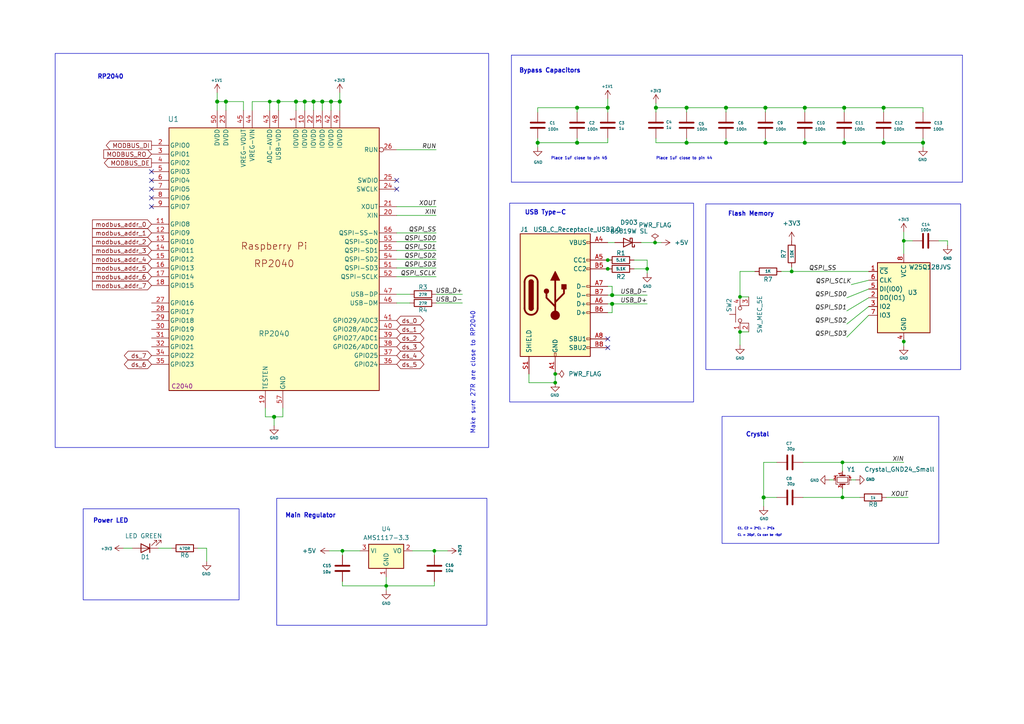
<source format=kicad_sch>
(kicad_sch (version 20230121) (generator eeschema)
  (paper "A4")
  (title_block (title "CPU") (date "2023-11-24"))
  (lib_symbols
    (symbol "00_project_library:AMS1117-3.3"
      (property "Reference" "U" (at -3.81 3.175 0))
      (property "Value" "AMS1117-3.3" (at 0 3.175 0))
      (symbol "AMS1117-3.3_0_1"
        (rectangle (start -5.08 1.905) (end 5.08 -5.08) (stroke (width 0.254)) (fill (type background)))
      )
      (symbol "AMS1117-3.3_1_1"
        (pin power_in line (at 0 -7.62 90) (length 2.54) (name "GND") (number "1"))
        (pin power_out line (at 7.62 0 180) (length 2.54) (name "VO") (number "2"))
        (pin power_in line (at -7.62 0 0) (length 2.54) (name "VI") (number "3"))
      )
    )
    (symbol "00_project_library:C" (pin_numbers hide) (pin_names (offset 0.254))
      (property "Reference" "C" (at 0.635 2.54 0))
      (property "Value" "C" (at 0.635 -2.54 0))
      (symbol "C_0_1"
        (polyline (pts (xy -2.032 -0.762) (xy 2.032 -0.762)) (stroke (width 0.508)))
        (polyline (pts (xy -2.032 0.762) (xy 2.032 0.762)) (stroke (width 0.508)))
      )
      (symbol "C_1_1"
        (pin passive line (at 0 3.81 270) (length 2.794) (name "~") (number "1"))
        (pin passive line (at 0 -3.81 90) (length 2.794) (name "~") (number "2"))
      )
    )
    (symbol "00_project_library:Crystal_GND24_Small" (pin_names (offset 1.016) hide)
      (property "Reference" "Y" (at 1.27 4.445 0))
      (property "Value" "Crystal_GND24_Small" (at 1.27 2.54 0))
      (symbol "Crystal_GND24_Small_0_1"
        (rectangle (start -0.762 -1.524) (end 0.762 1.524))
        (polyline (pts (xy -1.27 -0.762) (xy -1.27 0.762)) (stroke (width 0.381)))
        (polyline (pts (xy 1.27 -0.762) (xy 1.27 0.762)) (stroke (width 0.381)))
        (polyline (pts (xy -1.27 -1.27) (xy -1.27 -1.905) (xy 1.27 -1.905) (xy 1.27 -1.27)))
        (polyline (pts (xy -1.27 1.27) (xy -1.27 1.905) (xy 1.27 1.905) (xy 1.27 1.27)))
      )
      (symbol "Crystal_GND24_Small_1_1"
        (pin passive line (at -2.54 0 0) (length 1.27) (name "1") (number "1"))
        (pin passive line (at 0 -2.54 90) (length 0.635) (name "2") (number "2"))
        (pin passive line (at 2.54 0 180) (length 1.27) (name "3") (number "3"))
        (pin passive line (at 0 2.54 270) (length 0.635) (name "4") (number "4"))
      )
    )
    (symbol "00_project_library:LED GREEN" (pin_numbers hide) (pin_names (offset 1.016) hide)
      (property "Reference" "D" (at 0 2.54 0))
      (property "Value" "LED GREEN" (at 0 -2.54 0))
      (symbol "LED GREEN_0_1"
        (polyline (pts (xy -1.27 -1.27) (xy -1.27 1.27)) (stroke (width 0.254)))
        (polyline (pts (xy -1.27 0) (xy 1.27 0)))
        (polyline (pts (xy 1.27 -1.27) (xy 1.27 1.27) (xy -1.27 0) (xy 1.27 -1.27)) (stroke (width 0.254)))
        (polyline (pts (xy -3.048 -0.762) (xy -4.572 -2.286) (xy -3.81 -2.286) (xy -4.572 -2.286) (xy -4.572 -1.524)))
        (polyline (pts (xy -1.778 -0.762) (xy -3.302 -2.286) (xy -2.54 -2.286) (xy -3.302 -2.286) (xy -3.302 -1.524)))
      )
      (symbol "LED GREEN_1_1"
        (pin passive line (at -3.81 0 0) (length 2.54) (name "K") (number "1"))
        (pin passive line (at 3.81 0 180) (length 2.54) (name "A") (number "2"))
      )
    )
    (symbol "00_project_library:RP2040" (pin_names (offset 0.254))
      (property "Reference" "U" (at 1.27 78.74 0))
      (property "Value" "RP2040" (at 30.48 16.51 0))
      (symbol "RP2040_0_0"
        (text "Raspberry Pi" (at 30.48 41.91 0) (effects (font (size 2 2))))
        (text "RP2040" (at 30.48 36.83 0) (effects (font (size 2 2))))
      )
      (symbol "RP2040_1_0"
        (rectangle (start 0 76.2) (end 60.96 0) (stroke (width 0.254)) (fill (type background)))
      )
      (symbol "RP2040_1_1"
        (pin power_in line (at 36.83 81.28 270) (length 5.08) (name "IOVDD") (number "1"))
        (pin power_in line (at 39.37 81.28 270) (length 5.08) (name "IOVDD") (number "10"))
        (pin bidirectional line (at -5.08 48.26 0) (length 5.08) (name "GPIO8") (number "11"))
        (pin bidirectional line (at -5.08 45.72 0) (length 5.08) (name "GPIO9") (number "12"))
        (pin bidirectional line (at -5.08 43.18 0) (length 5.08) (name "GPIO10") (number "13"))
        (pin bidirectional line (at -5.08 40.64 0) (length 5.08) (name "GPIO11") (number "14"))
        (pin bidirectional line (at -5.08 38.1 0) (length 5.08) (name "GPIO12") (number "15"))
        (pin bidirectional line (at -5.08 35.56 0) (length 5.08) (name "GPIO13") (number "16"))
        (pin bidirectional line (at -5.08 33.02 0) (length 5.08) (name "GPIO14") (number "17"))
        (pin bidirectional line (at -5.08 30.48 0) (length 5.08) (name "GPIO15") (number "18"))
        (pin input line (at 27.94 -5.08 90) (length 5.08) (name "TESTEN") (number "19"))
        (pin bidirectional line (at -5.08 71.12 0) (length 5.08) (name "GPIO0") (number "2"))
        (pin bidirectional line (at 66.04 50.8 180) (length 5.08) (name "XIN") (number "20"))
        (pin output line (at 66.04 53.34 180) (length 5.08) (name "XOUT") (number "21"))
        (pin power_in line (at 41.91 81.28 270) (length 5.08) (name "IOVDD") (number "22"))
        (pin power_in line (at 16.51 81.28 270) (length 5.08) (name "DVDD") (number "23"))
        (pin unspecified line (at 66.04 58.42 180) (length 5.08) (name "SWCLK") (number "24"))
        (pin unspecified line (at 66.04 60.96 180) (length 5.08) (name "SWDIO") (number "25"))
        (pin input inverted (at 66.04 69.85 180) (length 5.08) (name "RUN") (number "26"))
        (pin bidirectional line (at -5.08 25.4 0) (length 5.08) (name "GPIO16") (number "27"))
        (pin bidirectional line (at -5.08 22.86 0) (length 5.08) (name "GPIO17") (number "28"))
        (pin bidirectional line (at -5.08 20.32 0) (length 5.08) (name "GPIO18") (number "29"))
        (pin bidirectional line (at -5.08 68.58 0) (length 5.08) (name "GPIO1") (number "3"))
        (pin bidirectional line (at -5.08 17.78 0) (length 5.08) (name "GPIO19") (number "30"))
        (pin bidirectional line (at -5.08 15.24 0) (length 5.08) (name "GPIO20") (number "31"))
        (pin bidirectional line (at -5.08 12.7 0) (length 5.08) (name "GPIO21") (number "32"))
        (pin power_in line (at 44.45 81.28 270) (length 5.08) (name "IOVDD") (number "33"))
        (pin bidirectional line (at -5.08 10.16 0) (length 5.08) (name "GPIO22") (number "34"))
        (pin bidirectional line (at -5.08 7.62 0) (length 5.08) (name "GPIO23") (number "35"))
        (pin bidirectional line (at 66.04 7.62 180) (length 5.08) (name "GPIO24") (number "36"))
        (pin bidirectional line (at 66.04 10.16 180) (length 5.08) (name "GPIO25") (number "37"))
        (pin bidirectional line (at 66.04 12.7 180) (length 5.08) (name "GPIO26/ADC0") (number "38"))
        (pin bidirectional line (at 66.04 15.24 180) (length 5.08) (name "GPIO27/ADC1") (number "39"))
        (pin bidirectional line (at -5.08 66.04 0) (length 5.08) (name "GPIO2") (number "4"))
        (pin bidirectional line (at 66.04 17.78 180) (length 5.08) (name "GPIO28/ADC2") (number "40"))
        (pin bidirectional line (at 66.04 20.32 180) (length 5.08) (name "GPIO29/ADC3") (number "41"))
        (pin power_in line (at 46.99 81.28 270) (length 5.08) (name "IOVDD") (number "42"))
        (pin power_in line (at 29.21 81.28 270) (length 5.08) (name "ADC-AVDD") (number "43"))
        (pin power_in line (at 24.13 81.28 270) (length 5.08) (name "VREG-VIN") (number "44"))
        (pin power_out line (at 21.59 81.28 270) (length 5.08) (name "VREG-VOUT") (number "45"))
        (pin bidirectional line (at 66.04 25.4 180) (length 5.08) (name "USB-DM") (number "46"))
        (pin bidirectional line (at 66.04 27.94 180) (length 5.08) (name "USB-DP") (number "47"))
        (pin power_in line (at 31.75 81.28 270) (length 5.08) (name "USB-VDD") (number "48"))
        (pin power_in line (at 49.53 81.28 270) (length 5.08) (name "IOVDD") (number "49"))
        (pin bidirectional line (at -5.08 63.5 0) (length 5.08) (name "GPIO3") (number "5"))
        (pin power_in line (at 13.97 81.28 270) (length 5.08) (name "DVDD") (number "50"))
        (pin bidirectional line (at 66.04 35.56 180) (length 5.08) (name "QSPI-SD3") (number "51"))
        (pin bidirectional line (at 66.04 33.02 180) (length 5.08) (name "QSPI-SCLK") (number "52"))
        (pin bidirectional line (at 66.04 43.18 180) (length 5.08) (name "QSPI-SD0") (number "53"))
        (pin bidirectional line (at 66.04 38.1 180) (length 5.08) (name "QSPI-SD2") (number "54"))
        (pin bidirectional line (at 66.04 40.64 180) (length 5.08) (name "QSPI-SD1") (number "55"))
        (pin bidirectional line (at 66.04 45.72 180) (length 5.08) (name "QSPI-SS-N") (number "56"))
        (pin power_in line (at 33.02 -5.08 90) (length 5.08) (name "GND") (number "57"))
        (pin bidirectional line (at -5.08 60.96 0) (length 5.08) (name "GPIO4") (number "6"))
        (pin bidirectional line (at -5.08 58.42 0) (length 5.08) (name "GPIO5") (number "7"))
        (pin bidirectional line (at -5.08 55.88 0) (length 5.08) (name "GPIO6") (number "8"))
        (pin bidirectional line (at -5.08 53.34 0) (length 5.08) (name "GPIO7") (number "9"))
      )
    )
    (symbol "00_project_library:SW_MEC_5E" (pin_names (offset 1.016) hide)
      (property "Reference" "SW" (at 0.635 5.715 0))
      (property "Value" "SW_MEC_5E" (at 0 -3.175 0))
      (symbol "SW_MEC_5E_0_1"
        (circle (center -1.778 2.54) (radius 0.508))
        (polyline (pts (xy -2.286 3.81) (xy 2.286 3.81)))
        (polyline (pts (xy 0 3.81) (xy 0 5.588)))
        (polyline (pts (xy -2.54 0) (xy -2.54 2.54) (xy -2.286 2.54)))
        (polyline (pts (xy 2.54 0) (xy 2.54 2.54) (xy 2.286 2.54)))
        (circle (center 1.778 2.54) (radius 0.508))
        (pin passive line (at -5.08 2.54 0) (length 2.54) (name "1") (number "1"))
        (pin passive line (at -5.08 0 0) (length 2.54) (name "2") (number "2"))
        (pin passive line (at 5.08 0 180) (length 2.54) (name "K") (number "3"))
        (pin passive line (at 5.08 2.54 180) (length 2.54) (name "A") (number "4"))
      )
    )
    (symbol "00_project_library:USB_C_Receptacle_USB2.0" (pin_names (offset 1.016))
      (property "Reference" "J" (at -10.16 19.05 0))
      (property "Value" "USB_C_Receptacle_USB2.0" (at 19.05 19.05 0))
      (symbol "USB_C_Receptacle_USB2.0_0_0"
        (rectangle (start -0.254 -17.78) (end 0.254 -16.764))
        (rectangle (start 10.16 -14.986) (end 9.144 -15.494))
        (rectangle (start 10.16 -12.446) (end 9.144 -12.954))
        (rectangle (start 10.16 -4.826) (end 9.144 -5.334))
        (rectangle (start 10.16 -2.286) (end 9.144 -2.794))
        (rectangle (start 10.16 0.254) (end 9.144 -0.254))
        (rectangle (start 10.16 2.794) (end 9.144 2.286))
        (rectangle (start 10.16 7.874) (end 9.144 7.366))
        (rectangle (start 10.16 10.414) (end 9.144 9.906))
        (rectangle (start 10.16 15.494) (end 9.144 14.986))
      )
      (symbol "USB_C_Receptacle_USB2.0_0_1"
        (rectangle (start -10.16 17.78) (end 10.16 -17.78) (stroke (width 0.254)) (fill (type background)))
        (arc (start -8.89 -3.81) (mid -6.985 -5.7067) (end -5.08 -3.81) (stroke (width 0.508)))
        (arc (start -7.62 -3.81) (mid -6.985 -4.4423) (end -6.35 -3.81) (stroke (width 0.254)))
        (arc (start -7.62 -3.81) (mid -6.985 -4.4423) (end -6.35 -3.81) (stroke (width 0.254)) (fill (type outline)))
        (rectangle (start -7.62 3.81) (end -6.35 -3.81) (stroke (width 0.254)) (fill (type outline)))
        (arc (start -6.35 3.81) (mid -6.985 4.4423) (end -7.62 3.81) (stroke (width 0.254)))
        (arc (start -6.35 3.81) (mid -6.985 4.4423) (end -7.62 3.81) (stroke (width 0.254)) (fill (type outline)))
        (arc (start -5.08 3.81) (mid -6.985 5.7067) (end -8.89 3.81) (stroke (width 0.508)))
        (circle (center -2.54 1.143) (radius 0.635) (stroke (width 0.254)) (fill (type outline)))
        (circle (center 0 -5.842) (radius 1.27) (fill (type outline)))
        (polyline (pts (xy -8.89 -3.81) (xy -8.89 3.81)) (stroke (width 0.508)))
        (polyline (pts (xy -5.08 3.81) (xy -5.08 -3.81)) (stroke (width 0.508)))
        (polyline (pts (xy 0 -5.842) (xy 0 4.318)) (stroke (width 0.508)))
        (polyline (pts (xy 0 -3.302) (xy -2.54 -0.762) (xy -2.54 0.508)) (stroke (width 0.508)))
        (polyline (pts (xy 0 -2.032) (xy 2.54 0.508) (xy 2.54 1.778)) (stroke (width 0.508)))
        (polyline (pts (xy -1.27 4.318) (xy 0 6.858) (xy 1.27 4.318) (xy -1.27 4.318)) (stroke (width 0.254)) (fill (type outline)))
        (rectangle (start 1.905 1.778) (end 3.175 3.048) (stroke (width 0.254)) (fill (type outline)))
      )
      (symbol "USB_C_Receptacle_USB2.0_1_1"
        (pin passive line (at 0 -22.86 90) (length 5.08) (name "GND") (number "A1"))
        (pin passive line (at 0 -22.86 90) (length 5.08) hide (name "GND") (number "A12"))
        (pin passive line (at 15.24 15.24 180) (length 5.08) (name "VBUS") (number "A4"))
        (pin bidirectional line (at 15.24 10.16 180) (length 5.08) (name "CC1") (number "A5"))
        (pin bidirectional line (at 15.24 -2.54 180) (length 5.08) (name "D+") (number "A6"))
        (pin bidirectional line (at 15.24 2.54 180) (length 5.08) (name "D-") (number "A7"))
        (pin bidirectional line (at 15.24 -12.7 180) (length 5.08) (name "SBU1") (number "A8"))
        (pin passive line (at 15.24 15.24 180) (length 5.08) hide (name "VBUS") (number "A9"))
        (pin passive line (at 0 -22.86 90) (length 5.08) hide (name "GND") (number "B1"))
        (pin passive line (at 0 -22.86 90) (length 5.08) hide (name "GND") (number "B12"))
        (pin passive line (at 15.24 15.24 180) (length 5.08) hide (name "VBUS") (number "B4"))
        (pin bidirectional line (at 15.24 7.62 180) (length 5.08) (name "CC2") (number "B5"))
        (pin bidirectional line (at 15.24 -5.08 180) (length 5.08) (name "D+") (number "B6"))
        (pin bidirectional line (at 15.24 0 180) (length 5.08) (name "D-") (number "B7"))
        (pin bidirectional line (at 15.24 -15.24 180) (length 5.08) (name "SBU2") (number "B8"))
        (pin passive line (at 15.24 15.24 180) (length 5.08) hide (name "VBUS") (number "B9"))
        (pin passive line (at -7.62 -22.86 90) (length 5.08) (name "SHIELD") (number "S1"))
      )
    )
    (symbol "00_project_library:W25Q128JVS"
      (property "Reference" "U" (at -8.89 8.89 0))
      (property "Value" "W25Q128JVS" (at 7.62 8.89 0))
      (symbol "W25Q128JVS_0_1"
        (rectangle (start -7.62 10.16) (end 7.62 -10.16) (stroke (width 0.254)) (fill (type background)))
      )
      (symbol "W25Q128JVS_1_1"
        (pin input line (at -10.16 7.62 0) (length 2.54) (name "~{CS}") (number "1"))
        (pin bidirectional line (at -10.16 0 0) (length 2.54) (name "DO(IO1)") (number "2"))
        (pin bidirectional line (at -10.16 -2.54 0) (length 2.54) (name "IO2") (number "3"))
        (pin power_in line (at 0 -12.7 90) (length 2.54) (name "GND") (number "4"))
        (pin bidirectional line (at -10.16 2.54 0) (length 2.54) (name "DI(IO0)") (number "5"))
        (pin input line (at -10.16 5.08 0) (length 2.54) (name "CLK") (number "6"))
        (pin bidirectional line (at -10.16 -5.08 0) (length 2.54) (name "IO3") (number "7"))
        (pin power_in line (at 0 12.7 270) (length 2.54) (name "VCC") (number "8"))
      )
    )
    (symbol "Device:D_Schottky" (pin_numbers hide) (pin_names (offset 1.016) hide)
      (property "Reference" "D" (at 0 2.54 0))
      (property "Value" "D_Schottky" (at 0 -2.54 0))
      (symbol "D_Schottky_0_1"
        (polyline (pts (xy 1.27 0) (xy -1.27 0)))
        (polyline (pts (xy 1.27 1.27) (xy 1.27 -1.27) (xy -1.27 0) (xy 1.27 1.27)) (stroke (width 0.254)))
        (polyline (pts (xy -1.905 0.635) (xy -1.905 1.27) (xy -1.27 1.27) (xy -1.27 -1.27) (xy -0.635 -1.27) (xy -0.635 -0.635)) (stroke (width 0.254)))
      )
      (symbol "D_Schottky_1_1"
        (pin passive line (at -3.81 0 0) (length 2.54) (name "K") (number "1"))
        (pin passive line (at 3.81 0 180) (length 2.54) (name "A") (number "2"))
      )
    )
    (symbol "Device:R" (pin_numbers hide) (pin_names (offset 0))
      (property "Reference" "R" (at 2.032 0 90))
      (property "Value" "R" (at 0 0 90))
      (symbol "R_0_1"
        (rectangle (start -1.016 -2.54) (end 1.016 2.54) (stroke (width 0.254)))
      )
      (symbol "R_1_1"
        (pin passive line (at 0 3.81 270) (length 1.27) (name "~") (number "1"))
        (pin passive line (at 0 -3.81 90) (length 1.27) (name "~") (number "2"))
      )
    )
    (symbol "power:+1V1" (power) (pin_names (offset 0))
      (property "Value" "+1V1" (at 0 3.556 0))
      (symbol "+1V1_0_1"
        (polyline (pts (xy -0.762 1.27) (xy 0 2.54)))
        (polyline (pts (xy 0 0) (xy 0 2.54)))
        (polyline (pts (xy 0 2.54) (xy 0.762 1.27)))
      )
      (symbol "+1V1_1_1"
        (pin power_in line (at 0 0 90) (length 0) hide (name "+1V1") (number "1"))
      )
    )
    (symbol "power:+3V3" (power) (pin_names (offset 0))
      (property "Value" "+3V3" (at 0 3.556 0))
      (symbol "+3V3_0_1"
        (polyline (pts (xy -0.762 1.27) (xy 0 2.54)))
        (polyline (pts (xy 0 0) (xy 0 2.54)))
        (polyline (pts (xy 0 2.54) (xy 0.762 1.27)))
      )
      (symbol "+3V3_1_1"
        (pin power_in line (at 0 0 90) (length 0) hide (name "+3V3") (number "1"))
      )
    )
    (symbol "power:+5V" (power) (pin_names (offset 0))
      (property "Value" "+5V" (at 0 3.556 0))
      (symbol "+5V_0_1"
        (polyline (pts (xy -0.762 1.27) (xy 0 2.54)))
        (polyline (pts (xy 0 0) (xy 0 2.54)))
        (polyline (pts (xy 0 2.54) (xy 0.762 1.27)))
      )
      (symbol "+5V_1_1"
        (pin power_in line (at 0 0 90) (length 0) hide (name "+5V") (number "1"))
      )
    )
    (symbol "power:GND" (power) (pin_names (offset 0))
      (property "Value" "GND" (at 0 -3.81 0))
      (symbol "GND_0_1"
        (polyline (pts (xy 0 0) (xy 0 -1.27) (xy 1.27 -1.27) (xy 0 -2.54) (xy -1.27 -1.27) (xy 0 -1.27)))
      )
      (symbol "GND_1_1"
        (pin power_in line (at 0 0 270) (length 0) hide (name "GND") (number "1"))
      )
    )
    (symbol "power:PWR_FLAG" (power) (pin_numbers hide) (pin_names (offset 0) hide)
      (property "Value" "PWR_FLAG" (at 0 3.81 0))
      (symbol "PWR_FLAG_0_0"
        (pin power_out line (at 0 0 90) (length 0) (name "pwr") (number "1"))
      )
      (symbol "PWR_FLAG_0_1"
        (polyline (pts (xy 0 0) (xy 0 1.27) (xy -1.016 1.905) (xy 0 2.54) (xy 1.016 1.905) (xy 0 1.27)))
      )
    )
  )
  (junction (at 90.932 29.464) (diameter 1.016))
  (junction (at 262.128 69.85))
  (junction (at 79.502 120.904) (diameter 1.016))
  (junction (at 214.63 86.106))
  (junction (at 176.276 31.242) (diameter 1.016))
  (junction (at 262.128 99.06))
  (junction (at 98.552 29.464) (diameter 1.016))
  (junction (at 221.996 31.242) (diameter 1.016))
  (junction (at 155.956 41.402) (diameter 1.016))
  (junction (at 78.232 29.464))
  (junction (at 187.706 77.978))
  (junction (at 233.426 31.242) (diameter 1.016))
  (junction (at 62.992 29.464) (diameter 1.016))
  (junction (at 221.996 41.402) (diameter 1.016))
  (junction (at 244.856 31.242) (diameter 1.016))
  (junction (at 88.392 29.464) (diameter 1.016))
  (junction (at 112.014 169.926))
  (junction (at 167.386 41.402) (diameter 1.016))
  (junction (at 80.772 29.464) (diameter 1.016))
  (junction (at 210.566 31.242) (diameter 1.016))
  (junction (at 190.246 31.242) (diameter 1.016))
  (junction (at 214.63 96.266))
  (junction (at 267.716 41.402) (diameter 1.016))
  (junction (at 96.012 29.464) (diameter 1.016))
  (junction (at 99.314 159.766))
  (junction (at 177.546 88.138) (diameter 1.016))
  (junction (at 176.276 75.438))
  (junction (at 85.852 29.464) (diameter 1.016))
  (junction (at 65.532 29.464) (diameter 1.016))
  (junction (at 256.286 31.242) (diameter 1.016))
  (junction (at 199.136 41.402) (diameter 1.016))
  (junction (at 125.984 159.766))
  (junction (at 210.566 41.402) (diameter 1.016))
  (junction (at 244.348 134.112))
  (junction (at 221.488 144.272) (diameter 1.016))
  (junction (at 256.286 41.402) (diameter 1.016))
  (junction (at 161.036 108.458))
  (junction (at 161.036 110.998))
  (junction (at 93.472 29.464) (diameter 1.016))
  (junction (at 233.426 41.402) (diameter 1.016))
  (junction (at 244.856 41.402) (diameter 1.016))
  (junction (at 244.348 144.272))
  (junction (at 229.616 78.74))
  (junction (at 177.546 85.598) (diameter 1.016))
  (junction (at 176.276 77.978))
  (junction (at 167.386 31.242) (diameter 1.016))
  (junction (at 199.136 31.242) (diameter 1.016))
  (junction (at 189.992 70.358))
  (no_connect (at 176.276 100.838))
  (no_connect (at 43.942 52.324))
  (no_connect (at 176.276 98.298))
  (no_connect (at 115.062 52.324))
  (no_connect (at 43.942 54.864))
  (no_connect (at 115.062 54.864))
  (no_connect (at 43.942 49.784))
  (no_connect (at 43.942 59.944))
  (no_connect (at 43.942 57.404))
  (wire (pts (xy 98.552 32.004) (xy 98.552 29.464)))
  (wire (pts (xy 183.896 75.438) (xy 187.706 75.438)))
  (wire (pts (xy 115.062 70.104) (xy 126.492 70.104)))
  (wire (pts (xy 79.502 120.904) (xy 82.042 120.904)))
  (wire (pts (xy 82.042 120.904) (xy 82.042 118.364)))
  (wire (pts (xy 90.932 29.464) (xy 93.472 29.464)))
  (wire (pts (xy 80.772 32.004) (xy 80.772 29.464)))
  (wire (pts (xy 221.996 41.402) (xy 210.566 41.402)))
  (wire (pts (xy 96.012 29.464) (xy 98.552 29.464)))
  (wire (pts (xy 93.472 29.464) (xy 96.012 29.464)))
  (wire (pts (xy 272.288 69.85) (xy 274.828 69.85)))
  (wire (pts (xy 256.286 32.512) (xy 256.286 31.242)))
  (wire (pts (xy 125.984 161.036) (xy 125.984 159.766)))
  (wire (pts (xy 112.014 169.926) (xy 112.014 171.196)))
  (wire (pts (xy 199.136 40.132) (xy 199.136 41.402)))
  (wire (pts (xy 115.062 62.484) (xy 126.492 62.484)))
  (wire (pts (xy 251.968 88.9) (xy 245.618 93.98)))
  (wire (pts (xy 233.426 32.512) (xy 233.426 31.242)))
  (polyline (pts (xy 148.336 16.002) (xy 148.336 52.832)))
  (wire (pts (xy 190.246 31.242) (xy 190.246 32.512)))
  (wire (pts (xy 229.616 77.47) (xy 229.616 78.74)))
  (wire (pts (xy 167.386 41.402) (xy 167.386 40.132)))
  (wire (pts (xy 256.286 31.242) (xy 267.716 31.242)))
  (wire (pts (xy 262.128 99.06) (xy 262.128 100.33)))
  (wire (pts (xy 115.062 67.564) (xy 126.492 67.564)))
  (wire (pts (xy 199.136 31.242) (xy 210.566 31.242)))
  (wire (pts (xy 78.232 32.004) (xy 78.232 29.464)))
  (wire (pts (xy 177.546 85.598) (xy 187.706 85.598)))
  (wire (pts (xy 256.286 41.402) (xy 244.856 41.402)))
  (wire (pts (xy 115.062 59.944) (xy 126.492 59.944)))
  (wire (pts (xy 214.63 78.74) (xy 214.63 86.106)))
  (wire (pts (xy 79.502 123.444) (xy 79.502 120.904)))
  (wire (pts (xy 232.918 144.272) (xy 244.348 144.272)))
  (wire (pts (xy 251.968 83.82) (xy 245.618 86.36)))
  (polyline (pts (xy 279.146 52.832) (xy 148.336 52.832)))
  (wire (pts (xy 190.246 40.132) (xy 190.246 41.402)))
  (wire (pts (xy 57.404 159.004) (xy 59.944 159.004)))
  (wire (pts (xy 244.856 41.402) (xy 233.426 41.402)))
  (wire (pts (xy 244.856 40.132) (xy 244.856 41.402)))
  (wire (pts (xy 155.956 41.402) (xy 167.386 41.402)))
  (wire (pts (xy 99.314 168.656) (xy 99.314 169.926)))
  (wire (pts (xy 88.392 29.464) (xy 90.932 29.464)))
  (wire (pts (xy 115.062 72.644) (xy 126.492 72.644)))
  (wire (pts (xy 78.232 29.464) (xy 80.772 29.464)))
  (wire (pts (xy 99.314 159.766) (xy 99.314 161.036)))
  (wire (pts (xy 185.928 70.358) (xy 189.992 70.358)))
  (wire (pts (xy 59.944 159.004) (xy 59.944 162.814)))
  (wire (pts (xy 93.472 32.004) (xy 93.472 29.464)))
  (wire (pts (xy 218.948 78.74) (xy 214.63 78.74)))
  (wire (pts (xy 244.856 31.242) (xy 256.286 31.242)))
  (wire (pts (xy 267.716 41.402) (xy 267.716 42.672)))
  (wire (pts (xy 62.992 26.924) (xy 62.992 29.464)))
  (wire (pts (xy 65.532 32.004) (xy 65.532 29.464)))
  (wire (pts (xy 274.828 69.85) (xy 274.828 71.12)))
  (wire (pts (xy 126.492 85.344) (xy 134.112 85.344)))
  (wire (pts (xy 76.962 120.904) (xy 76.962 118.364)))
  (wire (pts (xy 214.63 100.076) (xy 214.63 96.266)))
  (wire (pts (xy 244.348 141.732) (xy 244.348 144.272)))
  (wire (pts (xy 85.852 32.004) (xy 85.852 29.464)))
  (wire (pts (xy 244.856 32.512) (xy 244.856 31.242)))
  (wire (pts (xy 161.036 108.458) (xy 161.036 110.998)))
  (wire (pts (xy 153.416 110.998) (xy 161.036 110.998)))
  (wire (pts (xy 251.968 81.28) (xy 246.888 82.55)))
  (wire (pts (xy 225.298 144.272) (xy 221.488 144.272)))
  (wire (pts (xy 267.716 32.512) (xy 267.716 31.242)))
  (wire (pts (xy 176.276 28.702) (xy 176.276 31.242)))
  (wire (pts (xy 73.152 32.004) (xy 73.152 29.464)))
  (wire (pts (xy 262.128 67.31) (xy 262.128 69.85)))
  (wire (pts (xy 240.538 139.192) (xy 241.808 139.192)))
  (wire (pts (xy 190.246 31.242) (xy 199.136 31.242)))
  (wire (pts (xy 190.246 41.402) (xy 199.136 41.402)))
  (wire (pts (xy 225.298 134.112) (xy 221.488 134.112)))
  (wire (pts (xy 112.014 167.386) (xy 112.014 169.926)))
  (wire (pts (xy 35.814 159.004) (xy 38.354 159.004)))
  (wire (pts (xy 176.276 85.598) (xy 177.546 85.598)))
  (wire (pts (xy 90.932 32.004) (xy 90.932 29.464)))
  (wire (pts (xy 85.852 29.464) (xy 88.392 29.464)))
  (wire (pts (xy 96.012 29.464) (xy 96.012 32.004)))
  (wire (pts (xy 267.716 40.132) (xy 267.716 41.402)))
  (wire (pts (xy 210.566 40.132) (xy 210.566 41.402)))
  (wire (pts (xy 257.048 144.272) (xy 263.398 144.272)))
  (wire (pts (xy 214.63 96.266) (xy 217.17 96.266)))
  (wire (pts (xy 262.128 97.79) (xy 262.128 99.06)))
  (wire (pts (xy 221.488 144.272) (xy 221.488 146.812)))
  (wire (pts (xy 229.616 78.74) (xy 251.968 78.74)))
  (wire (pts (xy 155.956 31.242) (xy 167.386 31.242)))
  (wire (pts (xy 99.314 169.926) (xy 112.014 169.926)))
  (wire (pts (xy 70.612 29.464) (xy 65.532 29.464)))
  (wire (pts (xy 104.394 159.766) (xy 99.314 159.766)))
  (wire (pts (xy 115.062 87.884) (xy 118.872 87.884)))
  (wire (pts (xy 244.348 144.272) (xy 249.428 144.272)))
  (wire (pts (xy 183.896 77.978) (xy 187.706 77.978)))
  (wire (pts (xy 95.504 159.766) (xy 99.314 159.766)))
  (wire (pts (xy 126.492 87.884) (xy 134.112 87.884)))
  (wire (pts (xy 115.062 85.344) (xy 118.872 85.344)))
  (wire (pts (xy 176.276 31.242) (xy 176.276 32.512)))
  (wire (pts (xy 244.348 134.112) (xy 244.348 136.652)))
  (wire (pts (xy 176.276 77.978) (xy 177.546 77.978)))
  (wire (pts (xy 262.128 69.85) (xy 262.128 73.66)))
  (wire (pts (xy 251.968 91.44) (xy 245.618 97.79)))
  (wire (pts (xy 45.974 159.004) (xy 49.784 159.004)))
  (wire (pts (xy 233.426 40.132) (xy 233.426 41.402)))
  (wire (pts (xy 73.152 29.464) (xy 78.232 29.464)))
  (wire (pts (xy 155.956 41.402) (xy 155.956 42.672)))
  (wire (pts (xy 129.794 159.766) (xy 125.984 159.766)))
  (wire (pts (xy 262.128 69.85) (xy 264.668 69.85)))
  (wire (pts (xy 233.426 41.402) (xy 221.996 41.402)))
  (wire (pts (xy 233.426 31.242) (xy 244.856 31.242)))
  (wire (pts (xy 210.566 32.512) (xy 210.566 31.242)))
  (polyline (pts (xy 148.336 16.002) (xy 279.146 16.002)))
  (wire (pts (xy 112.014 169.926) (xy 125.984 169.926)))
  (wire (pts (xy 167.386 31.242) (xy 176.276 31.242)))
  (wire (pts (xy 153.416 108.458) (xy 153.416 110.998)))
  (wire (pts (xy 115.062 43.434) (xy 126.492 43.434)))
  (wire (pts (xy 187.706 77.978) (xy 187.706 79.248)))
  (wire (pts (xy 88.392 32.004) (xy 88.392 29.464)))
  (wire (pts (xy 176.276 41.402) (xy 167.386 41.402)))
  (wire (pts (xy 80.772 29.464) (xy 85.852 29.464)))
  (wire (pts (xy 221.996 31.242) (xy 233.426 31.242)))
  (wire (pts (xy 251.968 86.36) (xy 245.618 90.17)))
  (wire (pts (xy 176.276 70.358) (xy 178.308 70.358)))
  (wire (pts (xy 125.984 159.766) (xy 119.634 159.766)))
  (wire (pts (xy 221.996 40.132) (xy 221.996 41.402)))
  (wire (pts (xy 62.992 29.464) (xy 62.992 32.004)))
  (wire (pts (xy 79.502 120.904) (xy 76.962 120.904)))
  (wire (pts (xy 62.992 29.464) (xy 65.532 29.464)))
  (wire (pts (xy 167.386 32.512) (xy 167.386 31.242)))
  (wire (pts (xy 210.566 41.402) (xy 199.136 41.402)))
  (wire (pts (xy 176.276 83.058) (xy 177.546 83.058)))
  (wire (pts (xy 125.984 168.656) (xy 125.984 169.926)))
  (wire (pts (xy 176.276 90.678) (xy 177.546 90.678)))
  (wire (pts (xy 256.286 41.402) (xy 267.716 41.402)))
  (wire (pts (xy 177.546 83.058) (xy 177.546 85.598)))
  (wire (pts (xy 155.956 40.132) (xy 155.956 41.402)))
  (polyline (pts (xy 279.146 16.002) (xy 279.146 52.832)))
  (wire (pts (xy 98.552 26.924) (xy 98.552 29.464)))
  (wire (pts (xy 187.706 75.438) (xy 187.706 77.978)))
  (wire (pts (xy 246.888 139.192) (xy 248.158 139.192)))
  (wire (pts (xy 221.488 134.112) (xy 221.488 144.272)))
  (wire (pts (xy 115.062 80.264) (xy 126.492 80.264)))
  (wire (pts (xy 177.546 88.138) (xy 187.706 88.138)))
  (wire (pts (xy 189.992 70.358) (xy 191.77 70.358)))
  (wire (pts (xy 256.286 40.132) (xy 256.286 41.402)))
  (wire (pts (xy 115.062 77.724) (xy 126.492 77.724)))
  (wire (pts (xy 232.918 134.112) (xy 244.348 134.112)))
  (wire (pts (xy 190.246 29.972) (xy 190.246 31.242)))
  (wire (pts (xy 70.612 32.004) (xy 70.612 29.464)))
  (wire (pts (xy 176.276 40.132) (xy 176.276 41.402)))
  (wire (pts (xy 155.956 32.512) (xy 155.956 31.242)))
  (wire (pts (xy 244.348 134.112) (xy 262.128 134.112)))
  (wire (pts (xy 176.276 88.138) (xy 177.546 88.138)))
  (wire (pts (xy 177.546 90.678) (xy 177.546 88.138)))
  (wire (pts (xy 176.276 75.438) (xy 177.546 75.438)))
  (wire (pts (xy 214.63 86.106) (xy 217.17 86.106)))
  (wire (pts (xy 210.566 31.242) (xy 221.996 31.242)))
  (wire (pts (xy 221.996 32.512) (xy 221.996 31.242)))
  (wire (pts (xy 226.568 78.74) (xy 229.616 78.74)))
  (wire (pts (xy 199.136 32.512) (xy 199.136 31.242)))
  (wire (pts (xy 115.062 75.184) (xy 126.492 75.184)))
  (rectangle (start 209.423 120.777) (end 272.288 157.607))
  (rectangle (start 204.724 59.1509) (end 278.638 107.188))
  (rectangle (start 16.002 15.494) (end 141.732 129.794))
  (rectangle (start 80.264 144.526) (end 141.224 181.356))
  (rectangle (start 147.828 58.928) (end 201.168 116.586))
  (rectangle (start 24.13 147.574) (end 69.342 173.99))
  (text "USB Type-C" (at 152.146 62.484 0) (effects (font (size 1.27 1.27) (thickness 0.254) bold) (justify left bottom)))
  (text "Crystal" (at 216.281 126.873 0) (effects (font (size 1.27 1.27) (thickness 0.254) bold) (justify left bottom)))
  (text "Make sure 27R are close to RP2040" (at 137.922 125.984 90) (effects (font (size 1.27 1.27)) (justify left bottom)))
  (text "RP2040" (at 28.194 23.114 0) (effects (font (size 1.27 1.27) (thickness 0.254) bold) (justify left bottom)))
  (text "Place 1uF close to pin 44" (at 190.246 46.482 0) (effects (font (size 0.8 0.8)) (justify left bottom)))
  (text "Place 1uF close to pin 45" (at 159.766 46.482 0) (effects (font (size 0.8 0.8)) (justify left bottom)))
  (text "Power LED" (at 26.924 151.892 0) (effects (font (size 1.27 1.27) (thickness 0.254) bold) (justify left bottom)))
  (text "Main Regulator" (at 82.677 150.368 0) (effects (font (size 1.27 1.27) (thickness 0.254) bold) (justify left bottom)))
  (text "Flash Memory" (at 211.074 62.865 0) (effects (font (size 1.27 1.27) (thickness 0.254) bold) (justify left bottom)))
  (text "Bypass Capacitors" (at 150.495 21.336 0) (effects (font (size 1.27 1.27) (thickness 0.254) bold) (justify left bottom)))
  (text "C1, C2 = 2*CL - 2*Cs\n\nCL = 20pF, Cs can be ~5pF" (at 213.868 155.702 0) (effects (font (size 0.6 0.6)) (justify left bottom)))
  (label "QSPI_SCLK" (at 126.492 80.264 180) (effects (font italic)))
  (label "QSPI_SD2" (at 245.618 93.98 180) (effects (font italic)))
  (label "QSPI_SS" (at 126.492 67.564 180) (effects (font italic)))
  (label "QSPI_SD1" (at 245.618 90.17 180) (effects (font italic)))
  (label "QSPI_SD2" (at 126.492 75.184 180) (effects (font italic)))
  (label "QSPI_SD0" (at 126.492 70.104 180) (effects (font italic)))
  (label "XOUT" (at 263.398 144.272 180) (effects (font italic)))
  (label "QSPI_SD1" (at 126.492 72.644 180) (effects (font italic)))
  (label "QSPI_SD0" (at 245.618 86.36 180) (effects (font italic)))
  (label "USB_D+" (at 134.112 85.344 180) (effects (font italic)))
  (label "RUN" (at 126.492 43.434 180) (effects (font italic)))
  (label "XIN" (at 262.128 134.112 180) (effects (font italic)))
  (label "QSPI_SCLK" (at 246.888 82.55 180) (effects (font italic)))
  (label "QSPI_SD3" (at 245.618 97.79 180) (effects (font italic)))
  (label "QSPI_SD3" (at 126.492 77.724 180) (effects (font italic)))
  (label "USB_D-" (at 187.706 85.598 180) (effects (font italic)))
  (label "XOUT" (at 126.492 59.944 180) (effects (font italic)))
  (label "QSPI_SS" (at 242.57 78.74 180) (effects (font italic)))
  (label "XIN" (at 126.492 62.484 180) (effects (font italic)))
  (label "USB_D-" (at 134.112 87.884 180) (effects (font italic)))
  (label "USB_D+" (at 187.706 88.138 180) (effects (font italic)))
  (global_label "modbus_addr_1" (shape input) (at 43.942 67.564 180) (property "Intersheetrefs" "${INTERSHEET_REFS}" (effects hide)))
  (global_label "ds_3" (shape bidirectional) (at 115.062 100.584 0) (property "Intersheetrefs" "${INTERSHEET_REFS}" (effects hide)))
  (global_label "MODBUS_DE" (shape output) (at 43.942 47.244 180) (property "Intersheetrefs" "${INTERSHEET_REFS}" (effects hide)))
  (global_label "ds_5" (shape bidirectional) (at 115.062 105.664 0) (property "Intersheetrefs" "${INTERSHEET_REFS}" (effects hide)))
  (global_label "modbus_addr_2" (shape input) (at 43.942 70.104 180) (property "Intersheetrefs" "${INTERSHEET_REFS}" (effects hide)))
  (global_label "modbus_addr_4" (shape input) (at 43.942 75.184 180) (property "Intersheetrefs" "${INTERSHEET_REFS}" (effects hide)))
  (global_label "ds_7" (shape bidirectional) (at 43.942 103.124 180) (property "Intersheetrefs" "${INTERSHEET_REFS}" (effects hide)))
  (global_label "ds_1" (shape bidirectional) (at 115.062 95.504 0) (property "Intersheetrefs" "${INTERSHEET_REFS}" (effects hide)))
  (global_label "ds_2" (shape bidirectional) (at 115.062 98.044 0) (property "Intersheetrefs" "${INTERSHEET_REFS}" (effects hide)))
  (global_label "modbus_addr_0" (shape input) (at 43.942 65.024 180) (property "Intersheetrefs" "${INTERSHEET_REFS}" (effects hide)))
  (global_label "modbus_addr_5" (shape input) (at 43.942 77.724 180) (property "Intersheetrefs" "${INTERSHEET_REFS}" (effects hide)))
  (global_label "ds_6" (shape bidirectional) (at 43.942 105.664 180) (property "Intersheetrefs" "${INTERSHEET_REFS}" (effects hide)))
  (global_label "MODBUS_RO" (shape input) (at 43.942 44.704 180) (property "Intersheetrefs" "${INTERSHEET_REFS}" (effects hide)))
  (global_label "modbus_addr_3" (shape input) (at 43.942 72.644 180) (property "Intersheetrefs" "${INTERSHEET_REFS}" (effects hide)))
  (global_label "MODBUS_DI" (shape output) (at 43.942 42.164 180) (property "Intersheetrefs" "${INTERSHEET_REFS}" (effects hide)))
  (global_label "ds_4" (shape bidirectional) (at 115.062 103.124 0) (property "Intersheetrefs" "${INTERSHEET_REFS}" (effects hide)))
  (global_label "modbus_addr_7" (shape input) (at 43.942 82.804 180) (property "Intersheetrefs" "${INTERSHEET_REFS}" (effects hide)))
  (global_label "ds_0" (shape bidirectional) (at 115.062 92.964 0) (property "Intersheetrefs" "${INTERSHEET_REFS}" (effects hide)))
  (global_label "modbus_addr_6" (shape input) (at 43.942 80.264 180) (property "Intersheetrefs" "${INTERSHEET_REFS}" (effects hide)))
  (symbol (lib_id "Device:R") (at 122.682 87.884 270) (unit 1)
    (property "Reference" "R4" (at 122.682 89.916 90))
    (property "Value" "27R" (at 122.682 87.9856 90) (effects (font (size 0.8 0.8))))
    (property "Footprint" "Resistor_SMD:R_0402_1005Metric_Pad0.72x0.64mm_HandSolder" (effects hide))
    (instances (project "pcb_dezentral" (path "" (reference "R4") (unit 1)) (path "" (reference "R904") (unit 1))))
  )
  (symbol (lib_id "00_project_library:Crystal_GND24_Small") (at 244.348 139.192 270) (unit 1)
    (property "Reference" "Y1" (at 245.618 136.144 90) (effects (justify left)))
    (property "Value" "Crystal_GND24_Small" (at 250.698 136.144 90) (effects (justify left)))
    (property "Footprint" "00_project_library:Crystal_SMD_3225-4Pin_3.2x2.5mm" (effects hide))
    (property "JLC" "C9002" (effects hide))
    (instances (project "pcb_dezentral" (path "" (reference "Y1") (unit 1)) (path "" (reference "Y901") (unit 1))))
  )
  (symbol (lib_id "00_project_library:C") (at 229.108 134.112 270) (unit 1)
    (property "Reference" "C7" (at 227.9904 128.651 90) (effects (font (size 0.8 0.8)) (justify left)))
    (property "Value" "30p" (at 228.219 130.175 90) (effects (font (size 0.8 0.8)) (justify left)))
    (property "Footprint" "Capacitor_SMD:C_0402_1005Metric" (effects hide))
    (property "Datasheet" "https://www.digikey.com/en/products/detail/yageo/CC0402JRNPO9BN270/302753" (effects hide))
    (property "JLC" "C1570" (effects hide))
    (instances (project "pcb_dezentral" (path "" (reference "C7") (unit 1)) (path "" (reference "C909") (unit 1))))
  )
  (symbol (lib_id "power:+3V3") (at 35.814 159.004 90) (unit 1)
    (property "Reference" "#PWR08" (effects hide))
    (property "Value" "+3V3" (at 30.9118 159.131 90) (effects (font (size 0.8 0.8))))
    (instances (project "pcb_dezentral" (path "" (reference "#PWR08") (unit 1)) (path "" (reference "#PWR0911") (unit 1))))
  )
  (symbol (lib_id "Device:R") (at 53.594 159.004 270) (unit 1)
    (property "Reference" "R6" (at 53.594 161.036 90))
    (property "Value" "470R" (at 53.594 159.1056 90) (effects (font (size 0.8 0.8))))
    (property "Footprint" "Resistor_SMD:R_0402_1005Metric_Pad0.72x0.64mm_HandSolder" (effects hide))
    (instances (project "pcb_dezentral" (path "" (reference "R6") (unit 1)) (path "" (reference "R905") (unit 1))))
  )
  (symbol (lib_id "power:GND") (at 161.036 110.998 0) (unit 1)
    (property "Reference" "#PWR01" (effects hide))
    (property "Value" "GND" (at 160.909 114.6302 0) (effects (font (size 0.8 0.8))))
    (instances (project "pcb_dezentral" (path "" (reference "#PWR01") (unit 1)) (path "" (reference "#PWR0901") (unit 1))))
  )
  (symbol (lib_id "power:GND") (at 267.716 42.672 0) (unit 1)
    (property "Reference" "#PWR024" (effects hide))
    (property "Value" "GND" (at 267.589 46.3042 0) (effects (font (size 0.8 0.8))))
    (instances (project "pcb_dezentral" (path "" (reference "#PWR024") (unit 1)) (path "" (reference "#PWR0922") (unit 1))))
  )
  (symbol (lib_id "00_project_library:C") (at 155.956 36.322 0) (unit 1)
    (property "Reference" "C1" (at 159.385 35.6616 0) (effects (font (size 0.8 0.8)) (justify left)))
    (property "Value" "100n" (at 158.877 37.465 0) (effects (font (size 0.8 0.8)) (justify left)))
    (property "Footprint" "Capacitor_SMD:C_0402_1005Metric_Pad0.74x0.62mm_HandSolder" (effects hide))
    (instances (project "pcb_dezentral" (path "" (reference "C1") (unit 1)) (path "" (reference "C903") (unit 1))))
  )
  (symbol (lib_id "00_project_library:C") (at 233.426 36.322 0) (unit 1)
    (property "Reference" "C10" (at 236.855 35.6616 0) (effects (font (size 0.8 0.8)) (justify left)))
    (property "Value" "100n" (at 236.347 37.465 0) (effects (font (size 0.8 0.8)) (justify left)))
    (property "Footprint" "Capacitor_SMD:C_0402_1005Metric_Pad0.74x0.62mm_HandSolder" (effects hide))
    (instances (project "pcb_dezentral" (path "" (reference "C10") (unit 1)) (path "" (reference "C912") (unit 1))))
  )
  (symbol (lib_id "power:GND") (at 155.956 42.672 0) (unit 1)
    (property "Reference" "#PWR07" (effects hide))
    (property "Value" "GND" (at 156.083 47.0662 0) (effects (font (size 0.8 0.8))))
    (instances (project "pcb_dezentral" (path "" (reference "#PWR07") (unit 1)) (path "" (reference "#PWR0910") (unit 1))))
  )
  (symbol (lib_id "power:GND") (at 240.538 139.192 270) (unit 1)
    (property "Reference" "#PWR018" (effects hide))
    (property "Value" "GND" (at 236.2708 139.319 90) (effects (font (size 0.8 0.8))))
    (instances (project "pcb_dezentral" (path "" (reference "#PWR018") (unit 1)) (path "" (reference "#PWR0918") (unit 1))))
  )
  (symbol (lib_id "power:+3V3") (at 229.616 69.85 0) (unit 1)
    (property "Reference" "#PWR015" (effects hide))
    (property "Value" "+3V3" (at 229.616 64.77 0))
    (instances (project "pcb_dezentral" (path "" (reference "#PWR015") (unit 1)) (path "" (reference "#PWR0917") (unit 1))))
  )
  (symbol (lib_id "Device:R") (at 253.238 144.272 270) (unit 1)
    (property "Reference" "R8" (at 253.238 146.304 90))
    (property "Value" "1k" (at 253.238 144.3736 90) (effects (font (size 0.8 0.8))))
    (property "Footprint" "Resistor_SMD:R_0402_1005Metric_Pad0.72x0.64mm_HandSolder" (effects hide))
    (instances (project "pcb_dezentral" (path "" (reference "R8") (unit 1)) (path "" (reference "R908") (unit 1))))
  )
  (symbol (lib_id "00_project_library:C") (at 167.386 36.322 0) (unit 1)
    (property "Reference" "C2" (at 170.815 35.6616 0) (effects (font (size 0.8 0.8)) (justify left)))
    (property "Value" "100n" (at 170.307 37.465 0) (effects (font (size 0.8 0.8)) (justify left)))
    (property "Footprint" "Capacitor_SMD:C_0402_1005Metric_Pad0.74x0.62mm_HandSolder" (effects hide))
    (instances (project "pcb_dezentral" (path "" (reference "C2") (unit 1)) (path "" (reference "C904") (unit 1))))
  )
  (symbol (lib_id "power:PWR_FLAG") (at 189.992 70.358 0) (unit 1)
    (property "Reference" "#FLG02" (effects hide))
    (property "Value" "PWR_FLAG" (at 189.992 65.278 0))
    (instances (project "pcb_dezentral" (path "" (reference "#FLG02") (unit 1)) (path "" (reference "#FLG0902") (unit 1))))
  )
  (symbol (lib_id "power:+3V3") (at 129.794 159.766 270) (unit 1)
    (property "Reference" "#PWR028" (effects hide))
    (property "Value" "+3V3" (at 133.4262 159.639 0) (effects (font (size 0.8 0.8))))
    (instances (project "pcb_dezentral" (path "" (reference "#PWR028") (unit 1)) (path "" (reference "#PWR0909") (unit 1))))
  )
  (symbol (lib_id "00_project_library:C") (at 99.314 164.846 0) (unit 1)
    (property "Reference" "C15" (at 93.599 164.0586 0) (effects (font (size 0.8 0.8)) (justify left)))
    (property "Value" "10u" (at 93.599 165.862 0) (effects (font (size 0.8 0.8)) (justify left)))
    (property "Footprint" "Capacitor_SMD:C_0603_1608Metric" (effects hide))
    (instances (project "pcb_dezentral" (path "" (reference "C15") (unit 1)) (path "" (reference "C901") (unit 1))))
  )
  (symbol (lib_id "00_project_library:SW_MEC_5E") (at 217.17 91.186 90) (unit 1)
    (property "Reference" "SW2" (at 211.455 90.551 0) (effects (justify left)))
    (property "Value" "SW_MEC_5E" (at 220.345 91.186 0))
    (property "Footprint" "00_project_library:SW_TS-1187A-B-A-B" (effects hide))
    (property "Datasheet" "http://www.apem.com/int/index.php?controller=attachment&id_attachment=1371" (effects hide))
    (property "JLC" "C318884" (effects hide))
    (instances (project "pcb_dezentral" (path "" (reference "SW2") (unit 1)) (path "" (reference "SW901") (unit 1))))
  )
  (symbol (lib_id "power:GND") (at 248.158 139.192 90) (unit 1)
    (property "Reference" "#PWR019" (effects hide))
    (property "Value" "GND" (at 252.4252 139.065 90) (effects (font (size 0.8 0.8))))
    (instances (project "pcb_dezentral" (path "" (reference "#PWR019") (unit 1)) (path "" (reference "#PWR0919") (unit 1))))
  )
  (symbol (lib_id "power:GND") (at 274.828 71.12 0) (unit 1)
    (property "Reference" "#PWR025" (effects hide))
    (property "Value" "GND" (at 274.828 74.93 0) (effects (font (size 0.8 0.8))))
    (instances (project "pcb_dezentral" (path "" (reference "#PWR025") (unit 1)) (path "" (reference "#PWR0923") (unit 1))))
  )
  (symbol (lib_id "power:GND") (at 262.128 100.33 0) (unit 1)
    (property "Reference" "#PWR023" (effects hide))
    (property "Value" "GND" (at 262.128 103.886 0) (effects (font (size 0.8 0.8))))
    (instances (project "pcb_dezentral" (path "" (reference "#PWR023") (unit 1)) (path "" (reference "#PWR0921") (unit 1))))
  )
  (symbol (lib_id "00_project_library:C") (at 221.996 36.322 0) (unit 1)
    (property "Reference" "C9" (at 225.425 35.6616 0) (effects (font (size 0.8 0.8)) (justify left)))
    (property "Value" "100n" (at 224.917 37.465 0) (effects (font (size 0.8 0.8)) (justify left)))
    (property "Footprint" "Capacitor_SMD:C_0402_1005Metric_Pad0.74x0.62mm_HandSolder" (effects hide))
    (instances (project "pcb_dezentral" (path "" (reference "C9") (unit 1)) (path "" (reference "C911") (unit 1))))
  )
  (symbol (lib_id "00_project_library:C") (at 244.856 36.322 0) (unit 1)
    (property "Reference" "C11" (at 248.031 35.6616 0) (effects (font (size 0.8 0.8)) (justify left)))
    (property "Value" "100n" (at 247.777 37.465 0) (effects (font (size 0.8 0.8)) (justify left)))
    (property "Footprint" "Capacitor_SMD:C_0402_1005Metric_Pad0.74x0.62mm_HandSolder" (effects hide))
    (instances (project "pcb_dezentral" (path "" (reference "C11") (unit 1)) (path "" (reference "C913") (unit 1))))
  )
  (symbol (lib_id "Device:R") (at 229.616 73.66 0) (unit 1)
    (property "Reference" "R7" (at 227.33 73.66 90))
    (property "Value" "10K" (at 229.7176 73.66 90) (effects (font (size 0.8 0.8))))
    (property "Footprint" "Resistor_SMD:R_0402_1005Metric_Pad0.72x0.64mm_HandSolder" (effects hide))
    (instances (project "pcb_dezentral" (path "" (reference "R7") (unit 1)) (path "" (reference "R907") (unit 1))))
  )
  (symbol (lib_id "power:GND") (at 214.63 100.076 0) (unit 1)
    (property "Reference" "#PWR016" (effects hide))
    (property "Value" "GND" (at 214.63 103.886 0) (effects (font (size 0.8 0.8))))
    (instances (project "pcb_dezentral" (path "" (reference "#PWR016") (unit 1)) (path "" (reference "#PWR0915") (unit 1))))
  )
  (symbol (lib_id "power:+3V3") (at 262.128 67.31 0) (unit 1)
    (property "Reference" "#PWR022" (effects hide))
    (property "Value" "+3V3" (at 262.001 63.6778 0) (effects (font (size 0.8 0.8))))
    (instances (project "pcb_dezentral" (path "" (reference "#PWR022") (unit 1)) (path "" (reference "#PWR0920") (unit 1))))
  )
  (symbol (lib_id "power:GND") (at 112.014 171.196 0) (unit 1)
    (property "Reference" "#PWR027" (effects hide))
    (property "Value" "GND" (at 112.014 175.006 0) (effects (font (size 0.8 0.8))))
    (instances (project "pcb_dezentral" (path "" (reference "#PWR027") (unit 1)) (path "" (reference "#PWR0908") (unit 1))))
  )
  (symbol (lib_id "00_project_library:RP2040") (at 49.022 113.284 0) (unit 1)
    (property "Reference" "U1" (at 50.292 34.544 0) (effects (font (size 1.524 1.524))))
    (property "Value" "RP2040" (at 79.502 96.774 0) (effects (font (size 1.524 1.524))))
    (property "Footprint" "00_project_library:RP2040-QFN-56" (effects hide))
    (property "Datasheet" "https://datasheets.raspberrypi.org/rp2040/rp2040-datasheet.pdf" (effects hide))
    (property "Author" "CIRCUITSTATE Electronics" (effects hide))
    (property "License" "CC BY 4.0" (effects hide))
    (property "Revision" "1.3" (effects hide))
    (property "JLC" "C2040" (at 52.832 112.014 0))
    (instances (project "pcb_dezentral" (path "" (reference "U1") (unit 1)) (path "" (reference "U901") (unit 1))))
  )
  (symbol (lib_id "00_project_library:C") (at 199.136 36.322 0) (unit 1)
    (property "Reference" "C5" (at 202.565 35.9156 0) (effects (font (size 0.8 0.8)) (justify left)))
    (property "Value" "100n" (at 202.057 37.465 0) (effects (font (size 0.8 0.8)) (justify left)))
    (property "Footprint" "Capacitor_SMD:C_0402_1005Metric_Pad0.74x0.62mm_HandSolder" (effects hide))
    (instances (project "pcb_dezentral" (path "" (reference "C5") (unit 1)) (path "" (reference "C907") (unit 1))))
  )
  (symbol (lib_id "Device:R") (at 180.086 75.438 90) (unit 1)
    (property "Reference" "R1" (at 180.086 73.406 90))
    (property "Value" "5.1K" (at 180.086 75.438 90) (effects (font (size 0.8 0.8))))
    (property "Footprint" "Resistor_SMD:R_0402_1005Metric_Pad0.72x0.64mm_HandSolder" (effects hide))
    (instances (project "pcb_dezentral" (path "" (reference "R1") (unit 1)) (path "" (reference "R901") (unit 1))))
  )
  (symbol (lib_id "00_project_library:C") (at 268.478 69.85 90) (unit 1)
    (property "Reference" "C14" (at 269.7226 65.151 90) (effects (font (size 0.8 0.8)) (justify left)))
    (property "Value" "100n" (at 270.129 66.675 90) (effects (font (size 0.8 0.8)) (justify left)))
    (property "Footprint" "Capacitor_SMD:C_0402_1005Metric_Pad0.74x0.62mm_HandSolder" (effects hide))
    (instances (project "pcb_dezentral" (path "" (reference "C14") (unit 1)) (path "" (reference "C916") (unit 1))))
  )
  (symbol (lib_id "00_project_library:USB_C_Receptacle_USB2.0") (at 161.036 85.598 0) (unit 1)
    (property "Reference" "J1" (at 150.876 66.548 0) (effects (justify left)))
    (property "Value" "USB_C_Receptacle_USB2.0" (at 180.086 66.548 0) (effects (justify right)))
    (property "Footprint" "00_project_library:USB_C_Receptacle_Palconn_UTC16-G" (effects hide))
    (property "Datasheet" "https://www.usb.org/sites/default/files/documents/usb_type-c.zip" (effects hide))
    (property "JLC" "C165948" (effects hide))
    (property "DigiKey" "https://www.digikey.com/en/products/detail/gct/USB4105-GF-A/11198441" (effects hide))
    (property "Digikey" "https://www.digikey.com/en/products/detail/gct/USB4105-GF-A/11198441" (effects hide))
    (instances (project "pcb_dezentral" (path "" (reference "J1") (unit 1)) (path "" (reference "J901") (unit 1))))
  )
  (symbol (lib_id "00_project_library:C") (at 176.276 36.322 0) (unit 1)
    (property "Reference" "C3" (at 179.451 35.6616 0) (effects (font (size 0.8 0.8)) (justify left)))
    (property "Value" "1u" (at 179.451 37.211 0) (effects (font (size 0.8 0.8)) (justify left)))
    (property "Footprint" "Capacitor_SMD:C_0402_1005Metric_Pad0.74x0.62mm_HandSolder" (effects hide))
    (instances (project "pcb_dezentral" (path "" (reference "C3") (unit 1)) (path "" (reference "C905") (unit 1))))
  )
  (symbol (lib_id "power:+5V") (at 191.77 70.358 270) (unit 1)
    (property "Reference" "#PWR02" (effects hide))
    (property "Value" "+5V" (at 195.58 70.358 90) (effects (justify left)))
    (instances (project "pcb_dezentral" (path "" (reference "#PWR02") (unit 1)) (path "" (reference "#PWR0902") (unit 1))))
  )
  (symbol (lib_id "00_project_library:C") (at 229.108 144.272 270) (unit 1)
    (property "Reference" "C8" (at 227.9904 138.811 90) (effects (font (size 0.8 0.8)) (justify left)))
    (property "Value" "30p" (at 228.219 140.335 90) (effects (font (size 0.8 0.8)) (justify left)))
    (property "Footprint" "Capacitor_SMD:C_0402_1005Metric" (effects hide))
    (property "Datasheet" "https://www.digikey.com/en/products/detail/yageo/CC0402JRNPO9BN270/302753" (effects hide))
    (property "JLC" "C1570" (effects hide))
    (instances (project "pcb_dezentral" (path "" (reference "C8") (unit 1)) (path "" (reference "C910") (unit 1))))
  )
  (symbol (lib_id "power:GND") (at 221.488 146.812 0) (unit 1)
    (property "Reference" "#PWR014" (effects hide))
    (property "Value" "GND" (at 221.615 150.4442 0) (effects (font (size 0.8 0.8))))
    (instances (project "pcb_dezentral" (path "" (reference "#PWR014") (unit 1)) (path "" (reference "#PWR0916") (unit 1))))
  )
  (symbol (lib_id "power:GND") (at 187.706 79.248 0) (unit 1)
    (property "Reference" "#PWR03" (effects hide))
    (property "Value" "GND" (at 187.706 83.058 0) (effects (font (size 0.8 0.8))))
    (instances (project "pcb_dezentral" (path "" (reference "#PWR03") (unit 1)) (path "" (reference "#PWR0903") (unit 1))))
  )
  (symbol (lib_id "power:+1V1") (at 176.276 28.702 0) (unit 1)
    (property "Reference" "#PWR011" (effects hide))
    (property "Value" "+1V1" (at 176.149 25.0698 0) (effects (font (size 0.8 0.8))))
    (instances (project "pcb_dezentral" (path "" (reference "#PWR011") (unit 1)) (path "" (reference "#PWR0912") (unit 1))))
  )
  (symbol (lib_id "power:GND") (at 79.502 123.444 0) (unit 1)
    (property "Reference" "#PWR05" (effects hide))
    (property "Value" "GND" (at 79.502 127 0) (effects (font (size 0.8 0.8))))
    (instances (project "pcb_dezentral" (path "" (reference "#PWR05") (unit 1)) (path "" (reference "#PWR0905") (unit 1))))
  )
  (symbol (lib_id "00_project_library:C") (at 256.286 36.322 0) (unit 1)
    (property "Reference" "C12" (at 259.461 35.6616 0) (effects (font (size 0.8 0.8)) (justify left)))
    (property "Value" "100n" (at 259.207 37.465 0) (effects (font (size 0.8 0.8)) (justify left)))
    (property "Footprint" "Capacitor_SMD:C_0402_1005Metric_Pad0.74x0.62mm_HandSolder" (effects hide))
    (instances (project "pcb_dezentral" (path "" (reference "C12") (unit 1)) (path "" (reference "C914") (unit 1))))
  )
  (symbol (lib_id "power:+5V") (at 95.504 159.766 90) (unit 1)
    (property "Reference" "#PWR026" (effects hide))
    (property "Value" "+5V" (at 91.694 159.766 90) (effects (justify left)))
    (instances (project "pcb_dezentral" (path "" (reference "#PWR026") (unit 1)) (path "" (reference "#PWR0906") (unit 1))))
  )
  (symbol (lib_id "Device:R") (at 222.758 78.74 90) (unit 1)
    (property "Reference" "R7" (at 222.758 81.026 90))
    (property "Value" "1K" (at 222.758 78.6384 90) (effects (font (size 0.8 0.8))))
    (property "Footprint" "Resistor_SMD:R_0402_1005Metric_Pad0.72x0.64mm_HandSolder" (effects hide))
    (instances (project "pcb_dezentral" (path "" (reference "R7") (unit 1)) (path "" (reference "R906") (unit 1))))
  )
  (symbol (lib_id "00_project_library:AMS1117-3.3") (at 112.014 159.766 0) (unit 1)
    (property "Reference" "U4" (at 112.014 153.416 0))
    (property "Value" "AMS1117-3.3" (at 112.014 155.956 0))
    (property "Footprint" "00_project_library:SOT-223-3_TabPin2" (effects hide))
    (property "Datasheet" "http://www.advanced-monolithic.com/pdf/ds1117.pdf" (effects hide))
    (property "JLC" "C6186" (effects hide))
    (instances (project "pcb_dezentral" (path "" (reference "U4") (unit 1)) (path "" (reference "U902") (unit 1))))
  )
  (symbol (lib_id "Device:R") (at 122.682 85.344 270) (unit 1)
    (property "Reference" "R3" (at 122.682 83.312 90))
    (property "Value" "27R" (at 122.682 85.4456 90) (effects (font (size 0.8 0.8))))
    (property "Footprint" "Resistor_SMD:R_0402_1005Metric_Pad0.72x0.64mm_HandSolder" (effects hide))
    (instances (project "pcb_dezentral" (path "" (reference "R3") (unit 1)) (path "" (reference "R903") (unit 1))))
  )
  (symbol (lib_id "00_project_library:W25Q128JVS") (at 262.128 86.36 0) (unit 1)
    (property "Reference" "U3" (at 264.668 84.836 0))
    (property "Value" "W25Q128JVS" (at 269.748 77.47 0))
    (property "Footprint" "00_project_library:SOIC-8_5.23x5.23mm_P1.27mm" (effects hide))
    (property "Datasheet" "http://www.winbond.com/resource-files/w25q128jv_dtr%20revc%2003272018%20plus.pdf" (effects hide))
    (property "JCL" "C97521" (effects hide))
    (property "JLC" "C97521" (effects hide))
    (instances (project "pcb_dezentral" (path "" (reference "U3") (unit 1)) (path "" (reference "U903") (unit 1))))
  )
  (symbol (lib_id "power:+3V3") (at 190.246 29.972 0) (unit 1)
    (property "Reference" "#PWR013" (effects hide))
    (property "Value" "+3V3" (at 190.119 26.3398 0) (effects (font (size 0.8 0.8))))
    (instances (project "pcb_dezentral" (path "" (reference "#PWR013") (unit 1)) (path "" (reference "#PWR0914") (unit 1))))
  )
  (symbol (lib_id "Device:D_Schottky") (at 182.118 70.358 180) (unit 1)
    (property "Reference" "D903" (at 182.4355 64.516 0))
    (property "Value" "B5819W SL" (at 182.4355 67.056 0))
    (property "Footprint" "Diode_SMD:D_SOD-123" (effects hide))
    (property "Datasheet" "https://datasheet.lcsc.com/lcsc/2304140030_Jiangsu-Changjing-Electronics-Technology-Co---Ltd--B5819W-SL_C8598.pdf" (effects hide))
    (property "JLC" "C8598" (effects hide))
    (instances (project "pcb_dezentral" (path "" (reference "D903") (unit 1)) (path "" (reference "D904") (unit 1))))
  )
  (symbol (lib_id "power:GND") (at 59.944 162.814 0) (unit 1)
    (property "Reference" "#PWR012" (effects hide))
    (property "Value" "GND" (at 59.817 166.4462 0) (effects (font (size 0.8 0.8))))
    (instances (project "pcb_dezentral" (path "" (reference "#PWR012") (unit 1)) (path "" (reference "#PWR0913") (unit 1))))
  )
  (symbol (lib_id "00_project_library:C") (at 267.716 36.322 0) (unit 1)
    (property "Reference" "C13" (at 270.891 35.6616 0) (effects (font (size 0.8 0.8)) (justify left)))
    (property "Value" "100n" (at 270.637 37.465 0) (effects (font (size 0.8 0.8)) (justify left)))
    (property "Footprint" "Capacitor_SMD:C_0402_1005Metric_Pad0.74x0.62mm_HandSolder" (effects hide))
    (instances (project "pcb_dezentral" (path "" (reference "C13") (unit 1)) (path "" (reference "C915") (unit 1))))
  )
  (symbol (lib_id "00_project_library:C") (at 125.984 164.846 0) (unit 1)
    (property "Reference" "C16" (at 129.159 163.9316 0) (effects (font (size 0.8 0.8)) (justify left)))
    (property "Value" "10u" (at 129.159 165.481 0) (effects (font (size 0.8 0.8)) (justify left)))
    (property "Footprint" "Capacitor_SMD:C_0603_1608Metric" (effects hide))
    (instances (project "pcb_dezentral" (path "" (reference "C16") (unit 1)) (path "" (reference "C902") (unit 1))))
  )
  (symbol (lib_id "00_project_library:C") (at 190.246 36.322 0) (unit 1)
    (property "Reference" "C4" (at 193.167 35.4076 0) (effects (font (size 0.8 0.8)) (justify left)))
    (property "Value" "1u" (at 193.167 36.957 0) (effects (font (size 0.8 0.8)) (justify left)))
    (property "Footprint" "Capacitor_SMD:C_0402_1005Metric_Pad0.74x0.62mm_HandSolder" (effects hide))
    (instances (project "pcb_dezentral" (path "" (reference "C4") (unit 1)) (path "" (reference "C906") (unit 1))))
  )
  (symbol (lib_id "power:+1V1") (at 62.992 26.924 0) (unit 1)
    (property "Reference" "#PWR04" (effects hide))
    (property "Value" "+1V1" (at 62.865 23.2918 0) (effects (font (size 0.8 0.8))))
    (instances (project "pcb_dezentral" (path "" (reference "#PWR04") (unit 1)) (path "" (reference "#PWR0904") (unit 1))))
  )
  (symbol (lib_id "power:+3V3") (at 98.552 26.924 0) (unit 1)
    (property "Reference" "#PWR06" (effects hide))
    (property "Value" "+3V3" (at 98.425 23.2918 0) (effects (font (size 0.8 0.8))))
    (instances (project "pcb_dezentral" (path "" (reference "#PWR06") (unit 1)) (path "" (reference "#PWR0907") (unit 1))))
  )
  (symbol (lib_id "00_project_library:LED GREEN") (at 42.164 159.004 180) (unit 1)
    (property "Reference" "D1" (at 42.164 161.544 0))
    (property "Value" "LED GREEN" (at 41.656 155.448 0))
    (property "Footprint" "00_project_library:LED_0603_1608Metric" (effects hide))
    (property "JLC" "C2297" (effects hide))
    (instances (project "pcb_dezentral" (path "" (reference "D1") (unit 1)) (path "" (reference "D901") (unit 1))))
  )
  (symbol (lib_id "power:PWR_FLAG") (at 161.036 108.458 270) (unit 1)
    (property "Reference" "#FLG01" (effects hide))
    (property "Value" "PWR_FLAG" (at 164.846 108.458 90) (effects (justify left)))
    (instances (project "pcb_dezentral" (path "" (reference "#FLG01") (unit 1)) (path "" (reference "#FLG0901") (unit 1))))
  )
  (symbol (lib_id "Device:R") (at 180.086 77.978 90) (unit 1)
    (property "Reference" "R2" (at 180.086 80.264 90))
    (property "Value" "5.1K" (at 180.086 77.978 90) (effects (font (size 0.8 0.8))))
    (property "Footprint" "Resistor_SMD:R_0402_1005Metric_Pad0.72x0.64mm_HandSolder" (effects hide))
    (instances (project "pcb_dezentral" (path "" (reference "R2") (unit 1)) (path "" (reference "R902") (unit 1))))
  )
  (symbol (lib_id "00_project_library:C") (at 210.566 36.322 0) (unit 1)
    (property "Reference" "C6" (at 213.995 35.6616 0) (effects (font (size 0.8 0.8)) (justify left)))
    (property "Value" "100n" (at 213.487 37.465 0) (effects (font (size 0.8 0.8)) (justify left)))
    (property "Footprint" "Capacitor_SMD:C_0402_1005Metric_Pad0.74x0.62mm_HandSolder" (effects hide))
    (instances (project "pcb_dezentral" (path "" (reference "C6") (unit 1)) (path "" (reference "C908") (unit 1))))
  )
)
</source>
